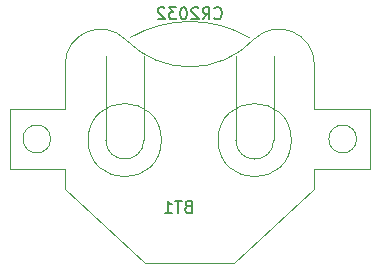
<source format=gbr>
%TF.GenerationSoftware,KiCad,Pcbnew,8.99.0-unknown-ce20689caf~181~ubuntu24.04.1*%
%TF.CreationDate,2024-12-06T11:41:52-05:00*%
%TF.ProjectId,nRF54L15_nPM2100_CR2032,6e524635-344c-4313-955f-6e504d323130,rev?*%
%TF.SameCoordinates,Original*%
%TF.FileFunction,AssemblyDrawing,Bot*%
%FSLAX46Y46*%
G04 Gerber Fmt 4.6, Leading zero omitted, Abs format (unit mm)*
G04 Created by KiCad (PCBNEW 8.99.0-unknown-ce20689caf~181~ubuntu24.04.1) date 2024-12-06 11:41:52*
%MOMM*%
%LPD*%
G01*
G04 APERTURE LIST*
%ADD10C,0.150000*%
%ADD11C,0.100000*%
G04 APERTURE END LIST*
D10*
X192095238Y-44759580D02*
X192142857Y-44807200D01*
X192142857Y-44807200D02*
X192285714Y-44854819D01*
X192285714Y-44854819D02*
X192380952Y-44854819D01*
X192380952Y-44854819D02*
X192523809Y-44807200D01*
X192523809Y-44807200D02*
X192619047Y-44711961D01*
X192619047Y-44711961D02*
X192666666Y-44616723D01*
X192666666Y-44616723D02*
X192714285Y-44426247D01*
X192714285Y-44426247D02*
X192714285Y-44283390D01*
X192714285Y-44283390D02*
X192666666Y-44092914D01*
X192666666Y-44092914D02*
X192619047Y-43997676D01*
X192619047Y-43997676D02*
X192523809Y-43902438D01*
X192523809Y-43902438D02*
X192380952Y-43854819D01*
X192380952Y-43854819D02*
X192285714Y-43854819D01*
X192285714Y-43854819D02*
X192142857Y-43902438D01*
X192142857Y-43902438D02*
X192095238Y-43950057D01*
X191095238Y-44854819D02*
X191428571Y-44378628D01*
X191666666Y-44854819D02*
X191666666Y-43854819D01*
X191666666Y-43854819D02*
X191285714Y-43854819D01*
X191285714Y-43854819D02*
X191190476Y-43902438D01*
X191190476Y-43902438D02*
X191142857Y-43950057D01*
X191142857Y-43950057D02*
X191095238Y-44045295D01*
X191095238Y-44045295D02*
X191095238Y-44188152D01*
X191095238Y-44188152D02*
X191142857Y-44283390D01*
X191142857Y-44283390D02*
X191190476Y-44331009D01*
X191190476Y-44331009D02*
X191285714Y-44378628D01*
X191285714Y-44378628D02*
X191666666Y-44378628D01*
X190714285Y-43950057D02*
X190666666Y-43902438D01*
X190666666Y-43902438D02*
X190571428Y-43854819D01*
X190571428Y-43854819D02*
X190333333Y-43854819D01*
X190333333Y-43854819D02*
X190238095Y-43902438D01*
X190238095Y-43902438D02*
X190190476Y-43950057D01*
X190190476Y-43950057D02*
X190142857Y-44045295D01*
X190142857Y-44045295D02*
X190142857Y-44140533D01*
X190142857Y-44140533D02*
X190190476Y-44283390D01*
X190190476Y-44283390D02*
X190761904Y-44854819D01*
X190761904Y-44854819D02*
X190142857Y-44854819D01*
X189523809Y-43854819D02*
X189428571Y-43854819D01*
X189428571Y-43854819D02*
X189333333Y-43902438D01*
X189333333Y-43902438D02*
X189285714Y-43950057D01*
X189285714Y-43950057D02*
X189238095Y-44045295D01*
X189238095Y-44045295D02*
X189190476Y-44235771D01*
X189190476Y-44235771D02*
X189190476Y-44473866D01*
X189190476Y-44473866D02*
X189238095Y-44664342D01*
X189238095Y-44664342D02*
X189285714Y-44759580D01*
X189285714Y-44759580D02*
X189333333Y-44807200D01*
X189333333Y-44807200D02*
X189428571Y-44854819D01*
X189428571Y-44854819D02*
X189523809Y-44854819D01*
X189523809Y-44854819D02*
X189619047Y-44807200D01*
X189619047Y-44807200D02*
X189666666Y-44759580D01*
X189666666Y-44759580D02*
X189714285Y-44664342D01*
X189714285Y-44664342D02*
X189761904Y-44473866D01*
X189761904Y-44473866D02*
X189761904Y-44235771D01*
X189761904Y-44235771D02*
X189714285Y-44045295D01*
X189714285Y-44045295D02*
X189666666Y-43950057D01*
X189666666Y-43950057D02*
X189619047Y-43902438D01*
X189619047Y-43902438D02*
X189523809Y-43854819D01*
X188857142Y-43854819D02*
X188238095Y-43854819D01*
X188238095Y-43854819D02*
X188571428Y-44235771D01*
X188571428Y-44235771D02*
X188428571Y-44235771D01*
X188428571Y-44235771D02*
X188333333Y-44283390D01*
X188333333Y-44283390D02*
X188285714Y-44331009D01*
X188285714Y-44331009D02*
X188238095Y-44426247D01*
X188238095Y-44426247D02*
X188238095Y-44664342D01*
X188238095Y-44664342D02*
X188285714Y-44759580D01*
X188285714Y-44759580D02*
X188333333Y-44807200D01*
X188333333Y-44807200D02*
X188428571Y-44854819D01*
X188428571Y-44854819D02*
X188714285Y-44854819D01*
X188714285Y-44854819D02*
X188809523Y-44807200D01*
X188809523Y-44807200D02*
X188857142Y-44759580D01*
X187857142Y-43950057D02*
X187809523Y-43902438D01*
X187809523Y-43902438D02*
X187714285Y-43854819D01*
X187714285Y-43854819D02*
X187476190Y-43854819D01*
X187476190Y-43854819D02*
X187380952Y-43902438D01*
X187380952Y-43902438D02*
X187333333Y-43950057D01*
X187333333Y-43950057D02*
X187285714Y-44045295D01*
X187285714Y-44045295D02*
X187285714Y-44140533D01*
X187285714Y-44140533D02*
X187333333Y-44283390D01*
X187333333Y-44283390D02*
X187904761Y-44854819D01*
X187904761Y-44854819D02*
X187285714Y-44854819D01*
X189835714Y-60714809D02*
X189692857Y-60762428D01*
X189692857Y-60762428D02*
X189645238Y-60810047D01*
X189645238Y-60810047D02*
X189597619Y-60905285D01*
X189597619Y-60905285D02*
X189597619Y-61048142D01*
X189597619Y-61048142D02*
X189645238Y-61143380D01*
X189645238Y-61143380D02*
X189692857Y-61191000D01*
X189692857Y-61191000D02*
X189788095Y-61238619D01*
X189788095Y-61238619D02*
X190169047Y-61238619D01*
X190169047Y-61238619D02*
X190169047Y-60238619D01*
X190169047Y-60238619D02*
X189835714Y-60238619D01*
X189835714Y-60238619D02*
X189740476Y-60286238D01*
X189740476Y-60286238D02*
X189692857Y-60333857D01*
X189692857Y-60333857D02*
X189645238Y-60429095D01*
X189645238Y-60429095D02*
X189645238Y-60524333D01*
X189645238Y-60524333D02*
X189692857Y-60619571D01*
X189692857Y-60619571D02*
X189740476Y-60667190D01*
X189740476Y-60667190D02*
X189835714Y-60714809D01*
X189835714Y-60714809D02*
X190169047Y-60714809D01*
X189311904Y-60238619D02*
X188740476Y-60238619D01*
X189026190Y-61238619D02*
X189026190Y-60238619D01*
X187883333Y-61238619D02*
X188454761Y-61238619D01*
X188169047Y-61238619D02*
X188169047Y-60238619D01*
X188169047Y-60238619D02*
X188264285Y-60381476D01*
X188264285Y-60381476D02*
X188359523Y-60476714D01*
X188359523Y-60476714D02*
X188454761Y-60524333D01*
D11*
%TO.C,BT1*%
X174750000Y-52450000D02*
X174750000Y-57550000D01*
X174750000Y-52450000D02*
X179450000Y-52450000D01*
X174750000Y-57550000D02*
X179450000Y-57550000D01*
X179450000Y-52450000D02*
X179450000Y-48700000D01*
X179450000Y-59200000D02*
X179450000Y-57550000D01*
X182900000Y-48000000D02*
X182900000Y-55100000D01*
X186100000Y-48000000D02*
X186100000Y-55100000D01*
X186250000Y-65500000D02*
X179450000Y-59200000D01*
X186250000Y-65500000D02*
X193750000Y-65500000D01*
X193750000Y-65500000D02*
X200550000Y-59200000D01*
X193900000Y-48000000D02*
X193900000Y-55100000D01*
X197100000Y-48000000D02*
X197100000Y-55100000D01*
X200550000Y-52450000D02*
X200550000Y-48710000D01*
X200550000Y-52450000D02*
X205250000Y-52450000D01*
X200550000Y-57550000D02*
X205250000Y-57550000D01*
X200550000Y-59200000D02*
X200550000Y-57550000D01*
X205250000Y-57550000D02*
X205250000Y-52450000D01*
X179450000Y-48700000D02*
G75*
G02*
X184623674Y-46632359I3000000J0D01*
G01*
X184969794Y-46410120D02*
G75*
G02*
X195030000Y-46410000I5030206J-8649880D01*
G01*
X186100000Y-55100000D02*
G75*
G02*
X182900000Y-55100000I-1600000J0D01*
G01*
X195449999Y-46549999D02*
G75*
G02*
X184648097Y-46651868I-5449999J5149999D01*
G01*
X195450001Y-46550001D02*
G75*
G02*
X200555410Y-48700000I2099999J-2149999D01*
G01*
X197100000Y-55100000D02*
G75*
G02*
X193900000Y-55100000I-1600000J0D01*
G01*
X178225000Y-55000000D02*
G75*
G02*
X175875000Y-55000000I-1175000J0D01*
G01*
X175875000Y-55000000D02*
G75*
G02*
X178225000Y-55000000I1175000J0D01*
G01*
X187600000Y-55100000D02*
G75*
G02*
X181400000Y-55100000I-3100000J0D01*
G01*
X181400000Y-55100000D02*
G75*
G02*
X187600000Y-55100000I3100000J0D01*
G01*
X198600000Y-55100000D02*
G75*
G02*
X192400000Y-55100000I-3100000J0D01*
G01*
X192400000Y-55100000D02*
G75*
G02*
X198600000Y-55100000I3100000J0D01*
G01*
X204125000Y-55000000D02*
G75*
G02*
X201775000Y-55000000I-1175000J0D01*
G01*
X201775000Y-55000000D02*
G75*
G02*
X204125000Y-55000000I1175000J0D01*
G01*
%TD*%
M02*

</source>
